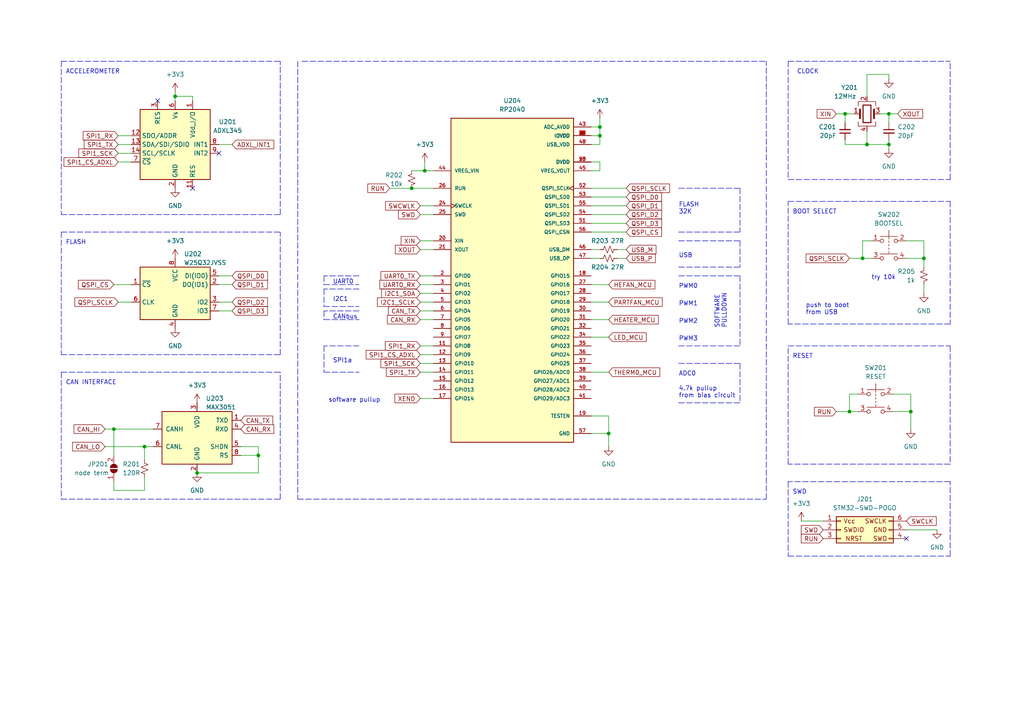
<source format=kicad_sch>
(kicad_sch (version 20211123) (generator eeschema)
  (paper "A4")
  (title_block (title "Bowden Board Digital") (date "2022-11-11") (rev "0.1") (company "matei repair lab"))
  (lib_symbols
    (symbol "Device:C_Small" (pin_numbers hide) (pin_names (offset 0.254) hide)
      (property "Reference" "C" (at 0.254 1.778 0))
      (property "Value" "C_Small" (at 0.254 -2.032 0))
      (symbol "C_Small_0_1"
        (polyline (pts (xy -1.524 -0.508) (xy 1.524 -0.508)) (stroke (width 0.3302)))
        (polyline (pts (xy -1.524 0.508) (xy 1.524 0.508)) (stroke (width 0.3048)))
      )
      (symbol "C_Small_1_1"
        (pin passive line (at 0 2.54 270) (length 2.032) (name "~") (number "1"))
        (pin passive line (at 0 -2.54 90) (length 2.032) (name "~") (number "2"))
      )
    )
    (symbol "Device:Crystal_GND24" (pin_names (offset 1.016) hide)
      (property "Reference" "Y" (at 3.175 5.08 0))
      (property "Value" "Crystal_GND24" (at 3.175 3.175 0))
      (symbol "Crystal_GND24_0_1"
        (rectangle (start -1.143 2.54) (end 1.143 -2.54) (stroke (width 0.3048)))
        (polyline (pts (xy -2.54 0) (xy -2.032 0)))
        (polyline (pts (xy -2.032 -1.27) (xy -2.032 1.27)) (stroke (width 0.508)))
        (polyline (pts (xy 0 -3.81) (xy 0 -3.556)))
        (polyline (pts (xy 0 3.556) (xy 0 3.81)))
        (polyline (pts (xy 2.032 -1.27) (xy 2.032 1.27)) (stroke (width 0.508)))
        (polyline (pts (xy 2.032 0) (xy 2.54 0)))
        (polyline (pts (xy -2.54 -2.286) (xy -2.54 -3.556) (xy 2.54 -3.556) (xy 2.54 -2.286)))
        (polyline (pts (xy -2.54 2.286) (xy -2.54 3.556) (xy 2.54 3.556) (xy 2.54 2.286)))
      )
      (symbol "Crystal_GND24_1_1"
        (pin passive line (at -3.81 0 0) (length 1.27) (name "1") (number "1"))
        (pin passive line (at 0 5.08 270) (length 1.27) (name "2") (number "2"))
        (pin passive line (at 3.81 0 180) (length 1.27) (name "3") (number "3"))
        (pin passive line (at 0 -5.08 90) (length 1.27) (name "4") (number "4"))
      )
    )
    (symbol "Device:R_Small_US" (pin_numbers hide) (pin_names (offset 0.254) hide)
      (property "Reference" "R" (at 0.762 0.508 0))
      (property "Value" "R_Small_US" (at 0.762 -1.016 0))
      (symbol "R_Small_US_1_1"
        (polyline (pts (xy 0 0) (xy 1.016 -0.381) (xy 0 -0.762) (xy -1.016 -1.143) (xy 0 -1.524)))
        (polyline (pts (xy 0 1.524) (xy 1.016 1.143) (xy 0 0.762) (xy -1.016 0.381) (xy 0 0)))
        (pin passive line (at 0 2.54 270) (length 1.016) (name "~") (number "1"))
        (pin passive line (at 0 -2.54 90) (length 1.016) (name "~") (number "2"))
      )
    )
    (symbol "Interface_UART:MAX3051" (pin_names (offset 1.016))
      (property "Reference" "U" (at -10.16 8.89 0))
      (property "Value" "MAX3051" (at 2.54 8.89 0))
      (symbol "MAX3051_0_1"
        (rectangle (start -10.16 7.62) (end 10.16 -7.62) (stroke (width 0.254)) (fill (type background)))
      )
      (symbol "MAX3051_1_1"
        (pin input line (at -12.7 5.08 0) (length 2.54) (name "TXD") (number "1"))
        (pin power_in line (at 0 -10.16 90) (length 2.54) (name "GND") (number "2"))
        (pin power_in line (at 0 10.16 270) (length 2.54) (name "VDD") (number "3"))
        (pin output line (at -12.7 2.54 0) (length 2.54) (name "RXD") (number "4"))
        (pin input line (at -12.7 -2.54 0) (length 2.54) (name "SHDN") (number "5"))
        (pin bidirectional line (at 12.7 -2.54 180) (length 2.54) (name "CANL") (number "6"))
        (pin bidirectional line (at 12.7 2.54 180) (length 2.54) (name "CANH") (number "7"))
        (pin input line (at -12.7 -5.08 0) (length 2.54) (name "RS") (number "8"))
      )
    )
    (symbol "Jumper:SolderJumper_2_Open" (pin_names (offset 0) hide)
      (property "Reference" "JP" (at 0 2.032 0))
      (property "Value" "SolderJumper_2_Open" (at 0 -2.54 0))
      (symbol "SolderJumper_2_Open_0_1"
        (arc (start -0.254 1.016) (mid -1.27 0) (end -0.254 -1.016))
        (arc (start -0.254 1.016) (mid -1.27 0) (end -0.254 -1.016) (fill (type outline)))
        (polyline (pts (xy -0.254 1.016) (xy -0.254 -1.016)))
        (polyline (pts (xy 0.254 1.016) (xy 0.254 -1.016)))
        (arc (start 0.254 -1.016) (mid 1.27 0) (end 0.254 1.016))
        (arc (start 0.254 -1.016) (mid 1.27 0) (end 0.254 1.016) (fill (type outline)))
      )
      (symbol "SolderJumper_2_Open_1_1"
        (pin passive line (at -3.81 0 0) (length 2.54) (name "A") (number "1"))
        (pin passive line (at 3.81 0 180) (length 2.54) (name "B") (number "2"))
      )
    )
    (symbol "Memory_Flash:W25Q32JVSS"
      (property "Reference" "U" (at -8.89 8.89 0))
      (property "Value" "W25Q32JVSS" (at 7.62 8.89 0))
      (symbol "W25Q32JVSS_0_1"
        (rectangle (start -10.16 7.62) (end 10.16 -7.62) (stroke (width 0.254)) (fill (type background)))
      )
      (symbol "W25Q32JVSS_1_1"
        (pin input line (at -12.7 2.54 0) (length 2.54) (name "~{CS}") (number "1"))
        (pin bidirectional line (at 12.7 2.54 180) (length 2.54) (name "DO(IO1)") (number "2"))
        (pin bidirectional line (at 12.7 -2.54 180) (length 2.54) (name "IO2") (number "3"))
        (pin power_in line (at 0 -10.16 90) (length 2.54) (name "GND") (number "4"))
        (pin bidirectional line (at 12.7 5.08 180) (length 2.54) (name "DI(IO0)") (number "5"))
        (pin input line (at -12.7 -2.54 0) (length 2.54) (name "CLK") (number "6"))
        (pin bidirectional line (at 12.7 -5.08 180) (length 2.54) (name "IO3") (number "7"))
        (pin power_in line (at 0 10.16 270) (length 2.54) (name "VCC") (number "8"))
      )
    )
    (symbol "RP2040:RP2040" (pin_names (offset 1.016))
      (property "Reference" "U" (at -17.78 50.8 0))
      (property "Value" "RP2040" (at -17.78 -48.26 0))
      (symbol "RP2040_0_0"
        (rectangle (start -17.78 -45.72) (end 17.78 48.26) (stroke (width 0.254)) (fill (type background)))
        (pin power_in line (at 22.86 43.18 180) (length 5.08) (name "IOVDD") (number "1"))
        (pin power_in line (at 22.86 43.18 180) (length 5.08) (name "IOVDD") (number "10"))
        (pin bidirectional line (at -22.86 -17.78 0) (length 5.08) (name "GPIO8") (number "11"))
        (pin bidirectional line (at -22.86 -20.32 0) (length 5.08) (name "GPIO9") (number "12"))
        (pin bidirectional line (at -22.86 -22.86 0) (length 5.08) (name "GPIO10") (number "13"))
        (pin bidirectional line (at -22.86 -25.4 0) (length 5.08) (name "GPIO11") (number "14"))
        (pin bidirectional line (at -22.86 -27.94 0) (length 5.08) (name "GPIO12") (number "15"))
        (pin bidirectional line (at -22.86 -30.48 0) (length 5.08) (name "GPIO13") (number "16"))
        (pin bidirectional line (at -22.86 -33.02 0) (length 5.08) (name "GPIO14") (number "17"))
        (pin bidirectional line (at 22.86 2.54 180) (length 5.08) (name "GPIO15") (number "18"))
        (pin passive line (at 22.86 -38.1 180) (length 5.08) (name "TESTEN") (number "19"))
        (pin bidirectional line (at -22.86 2.54 0) (length 5.08) (name "GPIO0") (number "2"))
        (pin input line (at -22.86 12.7 0) (length 5.08) (name "XIN") (number "20"))
        (pin output line (at -22.86 10.16 0) (length 5.08) (name "XOUT") (number "21"))
        (pin power_in line (at 22.86 43.18 180) (length 5.08) (name "IOVDD") (number "22"))
        (pin power_in line (at 22.86 35.56 180) (length 5.08) (name "DVDD") (number "23"))
        (pin input clock (at -22.86 22.86 0) (length 5.08) (name "SWCLK") (number "24"))
        (pin bidirectional line (at -22.86 20.32 0) (length 5.08) (name "SWD") (number "25"))
        (pin input line (at -22.86 27.94 0) (length 5.08) (name "RUN") (number "26"))
        (pin bidirectional line (at 22.86 0 180) (length 5.08) (name "GPIO16") (number "27"))
        (pin bidirectional line (at 22.86 -2.54 180) (length 5.08) (name "GPIO17") (number "28"))
        (pin bidirectional line (at 22.86 -5.08 180) (length 5.08) (name "GPIO18") (number "29"))
        (pin bidirectional line (at -22.86 0 0) (length 5.08) (name "GPIO1") (number "3"))
        (pin bidirectional line (at 22.86 -7.62 180) (length 5.08) (name "GPIO19") (number "30"))
        (pin bidirectional line (at 22.86 -10.16 180) (length 5.08) (name "GPIO20") (number "31"))
        (pin bidirectional line (at 22.86 -12.7 180) (length 5.08) (name "GPIO21") (number "32"))
        (pin power_in line (at 22.86 43.18 180) (length 5.08) (name "IOVDD") (number "33"))
        (pin bidirectional line (at 22.86 -15.24 180) (length 5.08) (name "GPIO22") (number "34"))
        (pin bidirectional line (at 22.86 -17.78 180) (length 5.08) (name "GPIO23") (number "35"))
        (pin bidirectional line (at 22.86 -20.32 180) (length 5.08) (name "GPIO24") (number "36"))
        (pin bidirectional line (at 22.86 -22.86 180) (length 5.08) (name "GPIO25") (number "37"))
        (pin bidirectional line (at 22.86 -25.4 180) (length 5.08) (name "GPIO26/ADC0") (number "38"))
        (pin bidirectional line (at 22.86 -27.94 180) (length 5.08) (name "GPIO27/ADC1") (number "39"))
        (pin bidirectional line (at -22.86 -2.54 0) (length 5.08) (name "GPIO2") (number "4"))
        (pin bidirectional line (at 22.86 -30.48 180) (length 5.08) (name "GPIO28/ADC2") (number "40"))
        (pin bidirectional line (at 22.86 -33.02 180) (length 5.08) (name "GPIO29/ADC3") (number "41"))
        (pin power_in line (at 22.86 43.18 180) (length 5.08) (name "IOVDD") (number "42"))
        (pin power_in line (at 22.86 45.72 180) (length 5.08) (name "ADC_AVDD") (number "43"))
        (pin input line (at -22.86 33.02 0) (length 5.08) (name "VREG_VIN") (number "44"))
        (pin output line (at 22.86 33.02 180) (length 5.08) (name "VREG_VOUT") (number "45"))
        (pin bidirectional line (at 22.86 10.16 180) (length 5.08) (name "USB_DM") (number "46"))
        (pin bidirectional line (at 22.86 7.62 180) (length 5.08) (name "USB_DP") (number "47"))
        (pin power_in line (at 22.86 40.64 180) (length 5.08) (name "USB_VDD") (number "48"))
        (pin power_in line (at 22.86 43.18 180) (length 5.08) (name "IOVDD") (number "49"))
        (pin bidirectional line (at -22.86 -5.08 0) (length 5.08) (name "GPIO3") (number "5"))
        (pin power_in line (at 22.86 35.56 180) (length 5.08) (name "DVDD") (number "50"))
        (pin bidirectional line (at 22.86 17.78 180) (length 5.08) (name "QSPI_SD3") (number "51"))
        (pin bidirectional clock (at 22.86 27.94 180) (length 5.08) (name "QSPI_SCLK") (number "52"))
        (pin bidirectional line (at 22.86 25.4 180) (length 5.08) (name "QSPI_SD0") (number "53"))
        (pin bidirectional line (at 22.86 20.32 180) (length 5.08) (name "QSPI_SD2") (number "54"))
        (pin bidirectional line (at 22.86 22.86 180) (length 5.08) (name "QSPI_SD1") (number "55"))
        (pin bidirectional line (at 22.86 15.24 180) (length 5.08) (name "QSPI_CSN") (number "56"))
        (pin power_in line (at 22.86 -43.18 180) (length 5.08) (name "GND") (number "57"))
        (pin bidirectional line (at -22.86 -7.62 0) (length 5.08) (name "GPIO4") (number "6"))
        (pin bidirectional line (at -22.86 -10.16 0) (length 5.08) (name "GPIO5") (number "7"))
        (pin bidirectional line (at -22.86 -12.7 0) (length 5.08) (name "GPIO6") (number "8"))
        (pin bidirectional line (at -22.86 -15.24 0) (length 5.08) (name "GPIO7") (number "9"))
      )
    )
    (symbol "Switch:SW_Push_Dual" (pin_names (offset 1.016) hide)
      (property "Reference" "SW" (at 1.27 2.54 0))
      (property "Value" "SW_Push_Dual" (at 0 -6.858 0))
      (symbol "SW_Push_Dual_0_1"
        (circle (center -2.032 -5.08) (radius 0.508))
        (circle (center -2.032 0) (radius 0.508))
        (polyline (pts (xy 0 -3.048) (xy 0 -3.556)))
        (polyline (pts (xy 0 -2.032) (xy 0 -2.54)))
        (polyline (pts (xy 0 -1.524) (xy 0 -1.016)))
        (polyline (pts (xy 0 -0.508) (xy 0 0)))
        (polyline (pts (xy 0 0.508) (xy 0 1.016)))
        (polyline (pts (xy 0 1.27) (xy 0 3.048)))
        (polyline (pts (xy 2.54 -3.81) (xy -2.54 -3.81)))
        (polyline (pts (xy 2.54 1.27) (xy -2.54 1.27)))
        (circle (center 2.032 -5.08) (radius 0.508))
        (circle (center 2.032 0) (radius 0.508))
        (pin passive line (at -5.08 0 0) (length 2.54) (name "1") (number "1"))
        (pin passive line (at 5.08 0 180) (length 2.54) (name "2") (number "2"))
        (pin passive line (at -5.08 -5.08 0) (length 2.54) (name "3") (number "3"))
        (pin passive line (at 5.08 -5.08 180) (length 2.54) (name "4") (number "4"))
      )
    )
    (symbol "matei:ADXL345"
      (property "Reference" "U" (at -8.89 11.43 0))
      (property "Value" "ADXL345" (at -6.35 -11.43 0))
      (symbol "ADXL345_0_1"
        (rectangle (start -10.16 10.16) (end 10.16 -10.16) (stroke (width 0.254)) (fill (type background)))
      )
      (symbol "ADXL345_1_1"
        (pin power_in line (at 5.08 12.7 270) (length 2.54) (name "Vdd_I/O") (number "1"))
        (pin no_connect line (at 12.7 6.35 180) (length 2.54) hide (name "NC") (number "10"))
        (pin passive line (at 5.08 -12.7 90) (length 2.54) (name "RES") (number "11"))
        (pin bidirectional line (at -12.7 2.54 0) (length 2.54) (name "SDO/ADDR") (number "12"))
        (pin bidirectional line (at -12.7 0 0) (length 2.54) (name "SDA/SDI/SDIO") (number "13"))
        (pin input line (at -12.7 -2.54 0) (length 2.54) (name "SCL/SCLK") (number "14"))
        (pin power_in line (at 0 -12.7 90) (length 2.54) (name "GND") (number "2"))
        (pin passive line (at -5.08 12.7 270) (length 2.54) (name "RES") (number "3"))
        (pin passive line (at 0 -12.7 90) (length 2.54) hide (name "GND") (number "4"))
        (pin passive line (at 0 -12.7 90) (length 2.54) hide (name "GND") (number "5"))
        (pin power_in line (at 0 12.7 270) (length 2.54) (name "Vs") (number "6"))
        (pin input line (at -12.7 -5.08 0) (length 2.54) (name "~{CS}") (number "7"))
        (pin output line (at 12.7 0 180) (length 2.54) (name "INT1") (number "8"))
        (pin output line (at 12.7 -2.54 180) (length 2.54) (name "INT2") (number "9"))
      )
    )
    (symbol "matei:STM32-SWD-POGO" (pin_names (offset 1.016) hide)
      (property "Reference" "J" (at 0 5.08 0))
      (property "Value" "STM32-SWD-POGO" (at 1.27 -5.08 0))
      (symbol "STM32-SWD-POGO_0_0"
        (text "GND" (at 5.08 0 0) (effects (font (size 1.27 1.27))))
        (text "NRST" (at -2.54 -2.54 0) (effects (font (size 1.27 1.27))))
        (text "SWCLK" (at 3.81 2.54 0) (effects (font (size 1.27 1.27))))
        (text "SWDIO" (at -2.54 0 0) (effects (font (size 1.27 1.27))))
        (text "SWO" (at 5.08 -2.54 0) (effects (font (size 1.27 1.27))))
        (text "Vcc" (at -3.81 2.54 0) (effects (font (size 1.27 1.27))))
      )
      (symbol "STM32-SWD-POGO_1_1"
        (rectangle (start -7.62 -2.413) (end -6.35 -2.667) (stroke (width 0.1524)))
        (rectangle (start -7.62 0.127) (end -6.35 -0.127) (stroke (width 0.1524)))
        (rectangle (start -7.62 2.667) (end -6.35 2.413) (stroke (width 0.1524)))
        (rectangle (start -7.62 3.81) (end 8.89 -3.81) (stroke (width 0.254)) (fill (type background)))
        (rectangle (start 8.89 -2.413) (end 7.62 -2.667) (stroke (width 0.1524)))
        (rectangle (start 8.89 0.127) (end 7.62 -0.127) (stroke (width 0.1524)))
        (rectangle (start 8.89 2.667) (end 7.62 2.413) (stroke (width 0.1524)))
        (pin passive line (at -11.43 2.54 0) (length 3.81) (name "Pin_1") (number "1"))
        (pin passive line (at -11.43 0 0) (length 3.81) (name "Pin_2") (number "2"))
        (pin passive line (at -11.43 -2.54 0) (length 3.81) (name "Pin_3") (number "3"))
        (pin passive line (at 12.7 -2.54 180) (length 3.81) (name "Pin_4") (number "4"))
        (pin passive line (at 12.7 0 180) (length 3.81) (name "Pin_5") (number "5"))
        (pin passive line (at 12.7 2.54 180) (length 3.81) (name "Pin_6") (number "6"))
      )
    )
    (symbol "power:+3V3" (power) (pin_names (offset 0))
      (property "Value" "+3V3" (at 0 3.556 0))
      (symbol "+3V3_0_1"
        (polyline (pts (xy -0.762 1.27) (xy 0 2.54)))
        (polyline (pts (xy 0 0) (xy 0 2.54)))
        (polyline (pts (xy 0 2.54) (xy 0.762 1.27)))
      )
      (symbol "+3V3_1_1"
        (pin power_in line (at 0 0 90) (length 0) hide (name "+3V3") (number "1"))
      )
    )
    (symbol "power:GND" (power) (pin_names (offset 0))
      (property "Value" "GND" (at 0 -3.81 0))
      (symbol "GND_0_1"
        (polyline (pts (xy 0 0) (xy 0 -1.27) (xy 1.27 -1.27) (xy 0 -2.54) (xy -1.27 -1.27) (xy 0 -1.27)))
      )
      (symbol "GND_1_1"
        (pin power_in line (at 0 0 270) (length 0) hide (name "GND") (number "1"))
      )
    )
  )
  (junction (at 267.97 74.93))
  (junction (at 257.81 33.02))
  (junction (at 41.91 129.54))
  (junction (at 119.38 54.61))
  (junction (at 57.15 137.16))
  (junction (at 50.8 27.94))
  (junction (at 257.81 41.91))
  (junction (at 74.93 132.08))
  (junction (at 245.11 33.02))
  (junction (at 264.16 119.38))
  (junction (at 33.02 124.46))
  (junction (at 251.46 41.91))
  (junction (at 246.38 119.38))
  (junction (at 176.53 125.73))
  (junction (at 173.99 39.37))
  (junction (at 173.99 36.83))
  (junction (at 250.19 74.93))
  (junction (at 123.19 49.53))
  (no_connect (at 262.89 156.21))
  (no_connect (at 63.5 44.45))
  (no_connect (at 45.72 29.21))
  (no_connect (at 55.88 54.61))
  (wire (pts (xy 171.45 92.71) (xy 176.53 92.71)))
  (wire (pts (xy 121.92 87.63) (xy 125.73 87.63)))
  (polyline (pts (xy 228.6 58.42) (xy 275.59 58.42)))
  (polyline (pts (xy 196.85 80.01) (xy 214.63 80.01)))
  (wire (pts (xy 171.45 107.95) (xy 176.53 107.95)))
  (polyline (pts (xy 214.63 80.01) (xy 214.63 100.33)))
  (wire (pts (xy 255.27 33.02) (xy 257.81 33.02)))
  (wire (pts (xy 121.92 69.85) (xy 125.73 69.85)))
  (wire (pts (xy 171.45 59.69) (xy 181.61 59.69)))
  (polyline (pts (xy 17.78 17.78) (xy 17.78 62.23)))
  (wire (pts (xy 262.89 69.85) (xy 267.97 69.85)))
  (wire (pts (xy 251.46 21.59) (xy 257.81 21.59)))
  (wire (pts (xy 259.08 119.38) (xy 264.16 119.38)))
  (wire (pts (xy 171.45 36.83) (xy 173.99 36.83)))
  (wire (pts (xy 179.07 74.93) (xy 181.61 74.93)))
  (polyline (pts (xy 81.28 62.23) (xy 81.28 17.78)))
  (polyline (pts (xy 228.6 134.62) (xy 228.6 100.33)))
  (polyline (pts (xy 228.6 52.07) (xy 275.59 52.07)))
  (wire (pts (xy 171.45 46.99) (xy 173.99 46.99)))
  (wire (pts (xy 113.03 54.61) (xy 119.38 54.61)))
  (wire (pts (xy 259.08 114.3) (xy 264.16 114.3)))
  (wire (pts (xy 264.16 114.3) (xy 264.16 119.38)))
  (polyline (pts (xy 275.59 161.29) (xy 275.59 139.7)))
  (wire (pts (xy 30.48 129.54) (xy 41.91 129.54)))
  (wire (pts (xy 34.29 44.45) (xy 38.1 44.45)))
  (wire (pts (xy 248.92 119.38) (xy 246.38 119.38)))
  (wire (pts (xy 171.45 64.77) (xy 181.61 64.77)))
  (polyline (pts (xy 196.85 105.41) (xy 214.63 105.41)))
  (wire (pts (xy 264.16 119.38) (xy 264.16 124.46)))
  (wire (pts (xy 257.81 41.91) (xy 257.81 43.18)))
  (polyline (pts (xy 214.63 69.85) (xy 214.63 77.47)))
  (wire (pts (xy 171.45 67.31) (xy 181.61 67.31)))
  (wire (pts (xy 171.45 74.93) (xy 173.99 74.93)))
  (wire (pts (xy 41.91 133.35) (xy 41.91 129.54)))
  (polyline (pts (xy 81.28 102.87) (xy 81.28 67.31)))
  (polyline (pts (xy 93.98 82.55) (xy 104.14 82.55)))
  (wire (pts (xy 173.99 41.91) (xy 171.45 41.91)))
  (wire (pts (xy 245.11 33.02) (xy 247.65 33.02)))
  (wire (pts (xy 242.57 119.38) (xy 246.38 119.38)))
  (polyline (pts (xy 214.63 54.61) (xy 214.63 67.31)))
  (wire (pts (xy 245.11 33.02) (xy 245.11 35.56)))
  (wire (pts (xy 121.92 105.41) (xy 125.73 105.41)))
  (wire (pts (xy 34.29 41.91) (xy 38.1 41.91)))
  (polyline (pts (xy 104.14 80.01) (xy 93.98 80.01)))
  (wire (pts (xy 33.02 142.24) (xy 41.91 142.24)))
  (wire (pts (xy 257.81 33.02) (xy 260.35 33.02)))
  (polyline (pts (xy 196.85 77.47) (xy 214.63 77.47)))
  (wire (pts (xy 34.29 39.37) (xy 38.1 39.37)))
  (wire (pts (xy 119.38 49.53) (xy 123.19 49.53)))
  (wire (pts (xy 176.53 120.65) (xy 176.53 125.73)))
  (wire (pts (xy 171.45 54.61) (xy 181.61 54.61)))
  (polyline (pts (xy 228.6 93.98) (xy 228.6 58.42)))
  (wire (pts (xy 74.93 137.16) (xy 57.15 137.16)))
  (wire (pts (xy 63.5 90.17) (xy 67.31 90.17)))
  (wire (pts (xy 121.92 85.09) (xy 125.73 85.09)))
  (wire (pts (xy 251.46 38.1) (xy 251.46 41.91)))
  (polyline (pts (xy 86.36 144.78) (xy 222.25 144.78)))
  (polyline (pts (xy 17.78 67.31) (xy 17.78 102.87)))
  (wire (pts (xy 171.45 72.39) (xy 173.99 72.39)))
  (polyline (pts (xy 275.59 93.98) (xy 228.6 93.98)))
  (polyline (pts (xy 214.63 105.41) (xy 214.63 116.84)))
  (polyline (pts (xy 81.28 144.78) (xy 81.28 107.95)))
  (polyline (pts (xy 17.78 17.78) (xy 81.28 17.78)))
  (polyline (pts (xy 104.14 90.17) (xy 93.98 90.17)))
  (wire (pts (xy 250.19 69.85) (xy 252.73 69.85)))
  (wire (pts (xy 267.97 82.55) (xy 267.97 85.09)))
  (wire (pts (xy 171.45 39.37) (xy 173.99 39.37)))
  (wire (pts (xy 50.8 26.67) (xy 50.8 27.94)))
  (polyline (pts (xy 228.6 139.7) (xy 228.6 161.29)))
  (wire (pts (xy 171.45 120.65) (xy 176.53 120.65)))
  (wire (pts (xy 171.45 125.73) (xy 176.53 125.73)))
  (wire (pts (xy 173.99 39.37) (xy 173.99 41.91)))
  (wire (pts (xy 171.45 82.55) (xy 176.53 82.55)))
  (wire (pts (xy 246.38 74.93) (xy 250.19 74.93)))
  (wire (pts (xy 232.41 151.13) (xy 238.76 151.13)))
  (wire (pts (xy 74.93 132.08) (xy 74.93 137.16)))
  (polyline (pts (xy 196.85 67.31) (xy 214.63 67.31)))
  (wire (pts (xy 121.92 90.17) (xy 125.73 90.17)))
  (polyline (pts (xy 93.98 83.82) (xy 93.98 88.9)))
  (wire (pts (xy 246.38 114.3) (xy 248.92 114.3)))
  (wire (pts (xy 63.5 80.01) (xy 67.31 80.01)))
  (polyline (pts (xy 104.14 83.82) (xy 93.98 83.82)))
  (wire (pts (xy 242.57 33.02) (xy 245.11 33.02)))
  (polyline (pts (xy 17.78 107.95) (xy 81.28 107.95)))
  (wire (pts (xy 41.91 129.54) (xy 44.45 129.54)))
  (wire (pts (xy 33.02 139.7) (xy 33.02 142.24)))
  (wire (pts (xy 74.93 129.54) (xy 74.93 132.08)))
  (polyline (pts (xy 196.85 116.84) (xy 214.63 116.84)))
  (wire (pts (xy 267.97 69.85) (xy 267.97 74.93)))
  (wire (pts (xy 119.38 54.61) (xy 125.73 54.61)))
  (polyline (pts (xy 196.85 69.85) (xy 214.63 69.85)))
  (polyline (pts (xy 17.78 67.31) (xy 81.28 67.31)))
  (polyline (pts (xy 86.36 17.78) (xy 86.36 144.78)))
  (wire (pts (xy 121.92 92.71) (xy 125.73 92.71)))
  (polyline (pts (xy 17.78 102.87) (xy 81.28 102.87)))
  (polyline (pts (xy 228.6 17.78) (xy 275.59 17.78)))
  (wire (pts (xy 262.89 153.67) (xy 271.78 153.67)))
  (wire (pts (xy 121.92 82.55) (xy 125.73 82.55)))
  (polyline (pts (xy 275.59 52.07) (xy 275.59 17.78)))
  (polyline (pts (xy 93.98 80.01) (xy 93.98 82.55)))
  (wire (pts (xy 179.07 72.39) (xy 181.61 72.39)))
  (wire (pts (xy 34.29 46.99) (xy 38.1 46.99)))
  (polyline (pts (xy 275.59 100.33) (xy 275.59 134.62)))
  (wire (pts (xy 63.5 82.55) (xy 67.31 82.55)))
  (wire (pts (xy 121.92 80.01) (xy 125.73 80.01)))
  (wire (pts (xy 245.11 41.91) (xy 251.46 41.91)))
  (polyline (pts (xy 17.78 107.95) (xy 17.78 144.78)))
  (wire (pts (xy 121.92 100.33) (xy 125.73 100.33)))
  (wire (pts (xy 176.53 125.73) (xy 176.53 129.54)))
  (wire (pts (xy 41.91 142.24) (xy 41.91 138.43)))
  (wire (pts (xy 171.45 62.23) (xy 181.61 62.23)))
  (polyline (pts (xy 104.14 100.33) (xy 93.98 100.33)))
  (polyline (pts (xy 17.78 144.78) (xy 81.28 144.78)))
  (polyline (pts (xy 275.59 134.62) (xy 228.6 134.62)))
  (polyline (pts (xy 228.6 100.33) (xy 275.59 100.33)))
  (wire (pts (xy 30.48 124.46) (xy 33.02 124.46)))
  (wire (pts (xy 171.45 57.15) (xy 181.61 57.15)))
  (wire (pts (xy 33.02 124.46) (xy 44.45 124.46)))
  (wire (pts (xy 246.38 119.38) (xy 246.38 114.3)))
  (polyline (pts (xy 228.6 161.29) (xy 275.59 161.29)))
  (polyline (pts (xy 196.85 54.61) (xy 214.63 54.61)))
  (wire (pts (xy 33.02 82.55) (xy 38.1 82.55)))
  (wire (pts (xy 121.92 72.39) (xy 125.73 72.39)))
  (wire (pts (xy 252.73 74.93) (xy 250.19 74.93)))
  (polyline (pts (xy 93.98 88.9) (xy 104.14 88.9)))
  (wire (pts (xy 121.92 62.23) (xy 125.73 62.23)))
  (wire (pts (xy 69.85 129.54) (xy 74.93 129.54)))
  (wire (pts (xy 251.46 27.94) (xy 251.46 21.59)))
  (wire (pts (xy 257.81 40.64) (xy 257.81 41.91)))
  (polyline (pts (xy 17.78 62.23) (xy 81.28 62.23)))
  (wire (pts (xy 250.19 74.93) (xy 250.19 69.85)))
  (wire (pts (xy 257.81 21.59) (xy 257.81 22.86)))
  (wire (pts (xy 55.88 27.94) (xy 50.8 27.94)))
  (polyline (pts (xy 275.59 58.42) (xy 275.59 93.98)))
  (wire (pts (xy 33.02 124.46) (xy 33.02 132.08)))
  (polyline (pts (xy 93.98 107.95) (xy 104.14 107.95)))
  (wire (pts (xy 262.89 74.93) (xy 267.97 74.93)))
  (polyline (pts (xy 87.63 17.78) (xy 222.25 17.78)))
  (wire (pts (xy 123.19 49.53) (xy 125.73 49.53)))
  (wire (pts (xy 173.99 46.99) (xy 173.99 49.53)))
  (wire (pts (xy 123.19 46.99) (xy 123.19 49.53)))
  (wire (pts (xy 121.92 107.95) (xy 125.73 107.95)))
  (polyline (pts (xy 222.25 144.78) (xy 222.25 17.78)))
  (polyline (pts (xy 93.98 100.33) (xy 93.98 107.95)))
  (polyline (pts (xy 196.85 100.33) (xy 214.63 100.33)))
  (wire (pts (xy 63.5 41.91) (xy 67.31 41.91)))
  (wire (pts (xy 251.46 41.91) (xy 257.81 41.91)))
  (wire (pts (xy 171.45 87.63) (xy 176.53 87.63)))
  (polyline (pts (xy 93.98 90.17) (xy 93.98 92.71)))
  (wire (pts (xy 50.8 27.94) (xy 50.8 29.21)))
  (wire (pts (xy 34.29 87.63) (xy 38.1 87.63)))
  (wire (pts (xy 171.45 97.79) (xy 176.53 97.79)))
  (wire (pts (xy 121.92 115.57) (xy 125.73 115.57)))
  (wire (pts (xy 173.99 34.29) (xy 173.99 36.83)))
  (wire (pts (xy 245.11 40.64) (xy 245.11 41.91)))
  (polyline (pts (xy 275.59 139.7) (xy 228.6 139.7)))
  (wire (pts (xy 173.99 36.83) (xy 173.99 39.37)))
  (polyline (pts (xy 93.98 92.71) (xy 104.14 92.71)))
  (wire (pts (xy 173.99 49.53) (xy 171.45 49.53)))
  (wire (pts (xy 257.81 33.02) (xy 257.81 35.56)))
  (polyline (pts (xy 228.6 17.78) (xy 228.6 52.07)))
  (wire (pts (xy 55.88 29.21) (xy 55.88 27.94)))
  (wire (pts (xy 121.92 102.87) (xy 125.73 102.87)))
  (wire (pts (xy 121.92 59.69) (xy 125.73 59.69)))
  (wire (pts (xy 69.85 132.08) (xy 74.93 132.08)))
  (wire (pts (xy 63.5 87.63) (xy 67.31 87.63)))
  (wire (pts (xy 267.97 74.93) (xy 267.97 77.47)))
  (text "CLOCK" (at 231.14 21.59 0) (effects (font (size 1.27 1.27)) (justify left bottom)))
  (text "SWD\n" (at 229.87 143.51 0) (effects (font (size 1.27 1.27)) (justify left bottom)))
  (text "CANbus" (at 96.52 92.71 0) (effects (font (size 1.27 1.27)) (justify left bottom)))
  (text "I2C1" (at 96.52 87.63 0) (effects (font (size 1.27 1.27)) (justify left bottom)))
  (text "PWM3" (at 196.85 99.06 0) (effects (font (size 1.27 1.27)) (justify left bottom)))
  (text "CAN INTERFACE" (at 19.05 111.76 0) (effects (font (size 1.27 1.27)) (justify left bottom)))
  (text "SOFTWARE\nPULLDOWN" (at 210.82 95.25 90) (effects (font (size 1.27 1.27)) (justify left bottom)))
  (text "PWM1" (at 196.85 88.9 0) (effects (font (size 1.27 1.27)) (justify left bottom)))
  (text "RESET" (at 229.87 104.14 0) (effects (font (size 1.27 1.27)) (justify left bottom)))
  (text "PWM0" (at 196.85 83.82 0) (effects (font (size 1.27 1.27)) (justify left bottom)))
  (text "software pullup" (at 95.25 116.84 0) (effects (font (size 1.27 1.27)) (justify left bottom)))
  (text "USB" (at 196.85 74.93 0) (effects (font (size 1.27 1.27)) (justify left bottom)))
  (text "BOOT SELECT" (at 229.87 62.23 0) (effects (font (size 1.27 1.27)) (justify left bottom)))
  (text "ACCELEROMETER" (at 19.05 21.59 0) (effects (font (size 1.27 1.27)) (justify left bottom)))
  (text "FLASH\n32K" (at 196.85 62.23 0) (effects (font (size 1.27 1.27)) (justify left bottom)))
  (text "try 10k" (at 252.73 81.28 0) (effects (font (size 1.27 1.27)) (justify left bottom)))
  (text "SPI1a" (at 96.52 105.41 0) (effects (font (size 1.27 1.27)) (justify left bottom)))
  (text "FLASH\n" (at 19.05 71.12 0) (effects (font (size 1.27 1.27)) (justify left bottom)))
  (text "UART0" (at 96.52 82.55 0) (effects (font (size 1.27 1.27)) (justify left bottom)))
  (text "push to boot\nfrom USB" (at 233.68 91.44 0) (effects (font (size 1.27 1.27)) (justify left bottom)))
  (text "PWM2" (at 196.85 93.98 0) (effects (font (size 1.27 1.27)) (justify left bottom)))
  (text "ADC0" (at 196.85 109.22 0) (effects (font (size 1.27 1.27)) (justify left bottom)))
  (text "4.7k pullup\nfrom bias circuit" (at 196.85 115.57 0) (effects (font (size 1.27 1.27)) (justify left bottom)))
  (global_label "CAN_TX" (shape input) (at 121.92 90.17 180) (property "Intersheet References" "${INTERSHEET_REFS}" (effects hide)))
  (global_label "HEFAN_MCU" (shape input) (at 176.53 82.55 0) (property "Intersheet References" "${INTERSHEET_REFS}" (effects hide)))
  (global_label "QSPI_D3" (shape input) (at 181.61 64.77 0) (property "Intersheet References" "${INTERSHEET_REFS}" (effects hide)))
  (global_label "SWCWLK" (shape input) (at 121.92 59.69 180) (property "Intersheet References" "${INTERSHEET_REFS}" (effects hide)))
  (global_label "SPI1_TX" (shape input) (at 121.92 107.95 180) (property "Intersheet References" "${INTERSHEET_REFS}" (effects hide)))
  (global_label "XOUT" (shape input) (at 260.35 33.02 0) (property "Intersheet References" "${INTERSHEET_REFS}" (effects hide)))
  (global_label "LED_MCU" (shape input) (at 176.53 97.79 0) (property "Intersheet References" "${INTERSHEET_REFS}" (effects hide)))
  (global_label "SWD" (shape input) (at 238.76 153.67 180) (property "Intersheet References" "${INTERSHEET_REFS}" (effects hide)))
  (global_label "QSPI_D2" (shape input) (at 181.61 62.23 0) (property "Intersheet References" "${INTERSHEET_REFS}" (effects hide)))
  (global_label "QSPI_D1" (shape input) (at 67.31 82.55 0) (property "Intersheet References" "${INTERSHEET_REFS}" (effects hide)))
  (global_label "UART0_TX" (shape input) (at 121.92 80.01 180) (property "Intersheet References" "${INTERSHEET_REFS}" (effects hide)))
  (global_label "USB_P" (shape input) (at 181.61 74.93 0) (property "Intersheet References" "${INTERSHEET_REFS}" (effects hide)))
  (global_label "XIN" (shape input) (at 242.57 33.02 180) (property "Intersheet References" "${INTERSHEET_REFS}" (effects hide)))
  (global_label "RUN" (shape input) (at 242.57 119.38 180) (property "Intersheet References" "${INTERSHEET_REFS}" (effects hide)))
  (global_label "UART0_RX" (shape input) (at 121.92 82.55 180) (property "Intersheet References" "${INTERSHEET_REFS}" (effects hide)))
  (global_label "XEND" (shape input) (at 121.92 115.57 180) (property "Intersheet References" "${INTERSHEET_REFS}" (effects hide)))
  (global_label "ADXL_INT1" (shape input) (at 67.31 41.91 0) (property "Intersheet References" "${INTERSHEET_REFS}" (effects hide)))
  (global_label "SPI1_RX" (shape input) (at 121.92 100.33 180) (property "Intersheet References" "${INTERSHEET_REFS}" (effects hide)))
  (global_label "CAN_RX" (shape input) (at 69.85 124.46 0) (property "Intersheet References" "${INTERSHEET_REFS}" (effects hide)))
  (global_label "CAN_TX" (shape input) (at 69.85 121.92 0) (property "Intersheet References" "${INTERSHEET_REFS}" (effects hide)))
  (global_label "SPI1_RX" (shape input) (at 34.29 39.37 180) (property "Intersheet References" "${INTERSHEET_REFS}" (effects hide)))
  (global_label "RUN" (shape input) (at 113.03 54.61 180) (property "Intersheet References" "${INTERSHEET_REFS}" (effects hide)))
  (global_label "QSPI_SCLK" (shape input) (at 181.61 54.61 0) (property "Intersheet References" "${INTERSHEET_REFS}" (effects hide)))
  (global_label "QSPI_SCLK" (shape input) (at 246.38 74.93 180) (property "Intersheet References" "${INTERSHEET_REFS}" (effects hide)))
  (global_label "I2C1_SCLK" (shape input) (at 121.92 87.63 180) (property "Intersheet References" "${INTERSHEET_REFS}" (effects hide)))
  (global_label "SPI1_TX" (shape input) (at 34.29 41.91 180) (property "Intersheet References" "${INTERSHEET_REFS}" (effects hide)))
  (global_label "USB_M" (shape input) (at 181.61 72.39 0) (property "Intersheet References" "${INTERSHEET_REFS}" (effects hide)))
  (global_label "QSPI_D2" (shape input) (at 67.31 87.63 0) (property "Intersheet References" "${INTERSHEET_REFS}" (effects hide)))
  (global_label "CAN_HI" (shape input) (at 30.48 124.46 180) (property "Intersheet References" "${INTERSHEET_REFS}" (effects hide)))
  (global_label "SWD" (shape input) (at 121.92 62.23 180) (property "Intersheet References" "${INTERSHEET_REFS}" (effects hide)))
  (global_label "HEATER_MCU" (shape input) (at 176.53 92.71 0) (property "Intersheet References" "${INTERSHEET_REFS}" (effects hide)))
  (global_label "CAN_RX" (shape input) (at 121.92 92.71 180) (property "Intersheet References" "${INTERSHEET_REFS}" (effects hide)))
  (global_label "SPI1_CS_ADXL" (shape input) (at 34.29 46.99 180) (property "Intersheet References" "${INTERSHEET_REFS}" (effects hide)))
  (global_label "QSPI_CS" (shape input) (at 33.02 82.55 180) (property "Intersheet References" "${INTERSHEET_REFS}" (effects hide)))
  (global_label "QSPI_CS" (shape input) (at 181.61 67.31 0) (property "Intersheet References" "${INTERSHEET_REFS}" (effects hide)))
  (global_label "QSPI_D1" (shape input) (at 181.61 59.69 0) (property "Intersheet References" "${INTERSHEET_REFS}" (effects hide)))
  (global_label "SWCLK" (shape input) (at 262.89 151.13 0) (property "Intersheet References" "${INTERSHEET_REFS}" (effects hide)))
  (global_label "PARTFAN_MCU" (shape input) (at 176.53 87.63 0) (property "Intersheet References" "${INTERSHEET_REFS}" (effects hide)))
  (global_label "QSPI_SCLK" (shape input) (at 34.29 87.63 180) (property "Intersheet References" "${INTERSHEET_REFS}" (effects hide)))
  (global_label "QSPI_D0" (shape input) (at 67.31 80.01 0) (property "Intersheet References" "${INTERSHEET_REFS}" (effects hide)))
  (global_label "SPI1_SCK" (shape input) (at 34.29 44.45 180) (property "Intersheet References" "${INTERSHEET_REFS}" (effects hide)))
  (global_label "I2C1_SDA" (shape input) (at 121.92 85.09 180) (property "Intersheet References" "${INTERSHEET_REFS}" (effects hide)))
  (global_label "SPI1_CS_ADXL" (shape input) (at 121.92 102.87 180) (property "Intersheet References" "${INTERSHEET_REFS}" (effects hide)))
  (global_label "QSPI_D3" (shape input) (at 67.31 90.17 0) (property "Intersheet References" "${INTERSHEET_REFS}" (effects hide)))
  (global_label "THERM0_MCU" (shape input) (at 176.53 107.95 0) (property "Intersheet References" "${INTERSHEET_REFS}" (effects hide)))
  (global_label "SPI1_SCK" (shape input) (at 121.92 105.41 180) (property "Intersheet References" "${INTERSHEET_REFS}" (effects hide)))
  (global_label "QSPI_D0" (shape input) (at 181.61 57.15 0) (property "Intersheet References" "${INTERSHEET_REFS}" (effects hide)))
  (global_label "RUN" (shape input) (at 238.76 156.21 180) (property "Intersheet References" "${INTERSHEET_REFS}" (effects hide)))
  (global_label "XIN" (shape input) (at 121.92 69.85 180) (property "Intersheet References" "${INTERSHEET_REFS}" (effects hide)))
  (global_label "XOUT" (shape input) (at 121.92 72.39 180) (property "Intersheet References" "${INTERSHEET_REFS}" (effects hide)))
  (global_label "CAN_LO" (shape input) (at 30.48 129.54 180) (property "Intersheet References" "${INTERSHEET_REFS}" (effects hide)))
  (symbol (lib_id "power:GND") (at 50.8 95.25 0) (mirror y) (unit 1)
    (property "Reference" "#PWR0204" (effects hide))
    (property "Value" "GND" (at 50.8 100.33 0))
  )
  (symbol (lib_id "power:GND") (at 264.16 124.46 0) (mirror y) (unit 1)
    (property "Reference" "#PWR0213" (effects hide))
    (property "Value" "GND" (at 264.16 129.54 0))
  )
  (symbol (lib_id "Switch:SW_Push_Dual") (at 254 114.3 0) (unit 1)
    (property "Reference" "SW201" (at 254 106.68 0))
    (property "Value" "RESET" (at 254 109.22 0))
    (property "Footprint" "Button_Switch_SMD:SW_Push_1P1T_NO_6x6mm_H9.5mm" (effects hide))
  )
  (symbol (lib_id "power:GND") (at 176.53 129.54 0) (mirror y) (unit 1)
    (property "Reference" "#PWR0209" (effects hide))
    (property "Value" "GND" (at 176.53 134.62 0))
  )
  (symbol (lib_id "Device:R_Small_US") (at 119.38 52.07 0) (mirror x) (unit 1)
    (property "Reference" "R202" (at 116.84 50.7999 0) (effects (justify right)))
    (property "Value" "10k" (at 116.84 53.3399 0) (effects (justify right)))
    (property "Footprint" "Resistor_SMD:R_0402_1005Metric" (effects hide))
  )
  (symbol (lib_id "Device:R_Small_US") (at 176.53 74.93 90) (unit 1)
    (property "Reference" "R204" (at 173.99 77.47 90))
    (property "Value" "27R" (at 179.07 77.47 90))
    (property "Footprint" "Resistor_SMD:R_0603_1608Metric" (effects hide))
  )
  (symbol (lib_id "power:+3V3") (at 232.41 151.13 0) (unit 1)
    (property "Reference" "#PWR0210" (effects hide))
    (property "Value" "+3V3" (at 232.41 146.05 0))
  )
  (symbol (lib_id "power:+3V3") (at 123.19 46.99 0) (unit 1)
    (property "Reference" "#PWR0207" (effects hide))
    (property "Value" "+3V3" (at 123.19 41.91 0))
  )
  (symbol (lib_id "RP2040:RP2040") (at 148.59 82.55 0) (unit 1)
    (property "Reference" "U204" (at 148.59 29.21 0))
    (property "Value" "RP2040" (at 148.59 31.75 0))
    (property "Footprint" "matei:QFN40P700X700X90-57N" (effects hide))
    (property "STANDARD" "IPC 7351B" (effects hide))
    (property "MAXIMUM_PACKAGE_HEIGHT" "0.9 mm" (effects hide))
    (property "MANUFACTURER" "Raspberry Pi" (effects hide))
    (property "PARTREV" "1.6.1" (effects hide))
  )
  (symbol (lib_id "Device:C_Small") (at 257.81 38.1 0) (unit 1)
    (property "Reference" "C202" (at 260.35 36.8362 0) (effects (justify left)))
    (property "Value" "20pF" (at 260.35 39.3762 0) (effects (justify left)))
    (property "Footprint" "Capacitor_SMD:C_0402_1005Metric" (effects hide))
  )
  (symbol (lib_id "power:GND") (at 267.97 85.09 0) (mirror y) (unit 1)
    (property "Reference" "#PWR0214" (effects hide))
    (property "Value" "GND" (at 267.97 90.17 0))
  )
  (symbol (lib_id "power:+3V3") (at 50.8 26.67 0) (unit 1)
    (property "Reference" "#PWR0201" (effects hide))
    (property "Value" "+3V3" (at 50.8 21.59 0))
  )
  (symbol (lib_id "Switch:SW_Push_Dual") (at 257.81 69.85 0) (unit 1)
    (property "Reference" "SW202" (at 257.81 62.23 0))
    (property "Value" "BOOTSEL" (at 257.81 64.77 0))
    (property "Footprint" "Button_Switch_SMD:SW_Push_1P1T_NO_6x6mm_H9.5mm" (effects hide))
  )
  (symbol (lib_id "power:GND") (at 57.15 137.16 0) (mirror y) (unit 1)
    (property "Reference" "#PWR0206" (effects hide))
    (property "Value" "GND" (at 57.15 142.24 0))
  )
  (symbol (lib_id "matei:STM32-SWD-POGO") (at 250.19 153.67 0) (unit 1)
    (property "Reference" "J201" (at 250.825 144.78 0))
    (property "Value" "STM32-SWD-POGO" (at 250.825 147.32 0))
    (property "Footprint" "matei:SWD_pogo_landing" (effects hide))
  )
  (symbol (lib_id "Device:Crystal_GND24") (at 251.46 33.02 0) (unit 1)
    (property "Reference" "Y201" (at 246.38 25.4 0))
    (property "Value" "12MHz" (at 245.11 27.94 0))
    (property "Footprint" "Crystal:Crystal_SMD_3225-4Pin_3.2x2.5mm" (effects hide))
  )
  (symbol (lib_id "power:GND") (at 271.78 153.67 0) (mirror y) (unit 1)
    (property "Reference" "#PWR0215" (effects hide))
    (property "Value" "GND" (at 271.78 158.75 0))
  )
  (symbol (lib_id "Device:R_Small_US") (at 41.91 135.89 0) (unit 1)
    (property "Reference" "R201" (at 35.56 134.62 0) (effects (justify left)))
    (property "Value" "120R" (at 35.56 137.16 0) (effects (justify left)))
    (property "Footprint" "Resistor_SMD:R_0402_1005Metric" (effects hide))
  )
  (symbol (lib_id "Interface_UART:MAX3051") (at 57.15 127 0) (mirror y) (unit 1)
    (property "Reference" "U203" (at 59.69 115.57 0) (effects (justify right)))
    (property "Value" "MAX3051" (at 59.69 118.11 0) (effects (justify right)))
    (property "Footprint" "Package_TO_SOT_SMD:SOT-23-8" (effects hide))
    (property "Datasheet" "http://datasheets.maximintegrated.com/en/ds/MAX3051.pdf" (effects hide))
  )
  (symbol (lib_id "matei:ADXL345") (at 50.8 41.91 0) (unit 1)
    (property "Reference" "U201" (at 66.04 35.3312 0))
    (property "Value" "ADXL345" (at 66.04 37.8712 0))
    (property "Footprint" "Package_LGA:LGA-14_3x5mm_P0.8mm_LayoutBorder1x6y" (effects hide))
    (property "Datasheet" "https://www.mouser.com/datasheet/2/609/ADXL345-1517570.pdf" (effects hide))
  )
  (symbol (lib_id "Memory_Flash:W25Q32JVSS") (at 50.8 85.09 0) (unit 1)
    (property "Reference" "U202" (at 53.34 73.66 0) (effects (justify left)))
    (property "Value" "W25Q32JVSS" (at 53.34 76.2 0) (effects (justify left)))
    (property "Footprint" "Package_SO:SOIC-8_5.23x5.23mm_P1.27mm" (effects hide))
    (property "Datasheet" "http://www.winbond.com/resource-files/w25q32jv%20revg%2003272018%20plus.pdf" (effects hide))
  )
  (symbol (lib_id "power:+3V3") (at 57.15 116.84 0) (unit 1)
    (property "Reference" "#PWR0205" (effects hide))
    (property "Value" "+3V3" (at 57.15 111.76 0))
  )
  (symbol (lib_id "power:GND") (at 257.81 43.18 0) (mirror y) (unit 1)
    (property "Reference" "#PWR0212" (effects hide))
    (property "Value" "GND" (at 257.81 48.26 0))
  )
  (symbol (lib_id "power:GND") (at 50.8 54.61 0) (mirror y) (unit 1)
    (property "Reference" "#PWR0202" (effects hide))
    (property "Value" "GND" (at 50.8 59.69 0))
  )
  (symbol (lib_id "power:+3V3") (at 50.8 74.93 0) (unit 1)
    (property "Reference" "#PWR0203" (effects hide))
    (property "Value" "+3V3" (at 50.8 69.85 0))
  )
  (symbol (lib_id "Jumper:SolderJumper_2_Open") (at 33.02 135.89 270) (mirror x) (unit 1)
    (property "Reference" "JP201" (at 25.4 134.62 90) (effects (justify left)))
    (property "Value" "node term" (at 21.59 137.16 90) (effects (justify left)))
    (property "Footprint" "Jumper:SolderJumper-2_P1.3mm_Open_RoundedPad1.0x1.5mm" (effects hide))
  )
  (symbol (lib_id "Device:C_Small") (at 245.11 38.1 0) (mirror x) (unit 1)
    (property "Reference" "C201" (at 242.57 36.8235 0) (effects (justify right)))
    (property "Value" "20pF" (at 242.57 39.3635 0) (effects (justify right)))
    (property "Footprint" "Capacitor_SMD:C_0402_1005Metric" (effects hide))
  )
  (symbol (lib_id "Device:R_Small_US") (at 267.97 80.01 0) (mirror x) (unit 1)
    (property "Reference" "R205" (at 265.43 78.7399 0) (effects (justify right)))
    (property "Value" "1k" (at 265.43 81.2799 0) (effects (justify right)))
    (property "Footprint" "Resistor_SMD:R_0402_1005Metric" (effects hide))
  )
  (symbol (lib_id "Device:R_Small_US") (at 176.53 72.39 90) (unit 1)
    (property "Reference" "R203" (at 173.99 69.85 90))
    (property "Value" "27R" (at 179.07 69.85 90))
    (property "Footprint" "Resistor_SMD:R_0603_1608Metric" (effects hide))
  )
  (symbol (lib_id "power:GND") (at 257.81 22.86 0) (mirror y) (unit 1)
    (property "Reference" "#PWR0211" (effects hide))
    (property "Value" "GND" (at 257.81 27.94 0))
  )
  (symbol (lib_id "power:+3V3") (at 173.99 34.29 0) (unit 1)
    (property "Reference" "#PWR0208" (effects hide))
    (property "Value" "+3V3" (at 173.99 29.21 0))
  )
)
</source>
